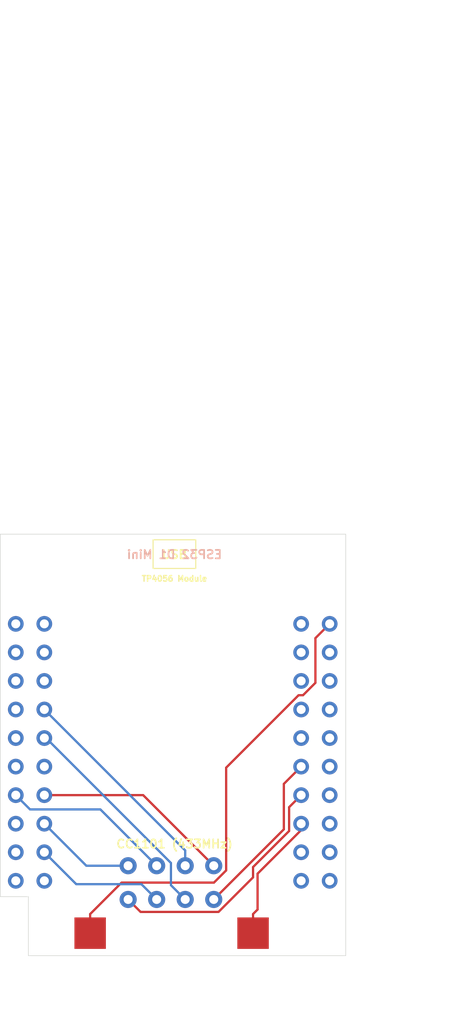
<source format=kicad_pcb>
(kicad_pcb (version 20240108) (generator "pcbnew") (generator_version "8.0")
  (layers (0 "F.Cu" signal) (31 "B.Cu" signal) (34 "B.Paste" user) (35 "F.Paste" user) (36 "B.SilkS" user "B.Silkscreen") (37 "F.SilkS" user "F.Silkscreen") (38 "B.Mask" user) (39 "F.Mask" user) (44 "Edge.Cuts" user))
  (net 0 "")
  (net 1 "Net-(CC1101_433MHz1-SCK)")
  (net 2 "unconnected-(CC1101_433MHz1-GDO2-Pad3)")
  (net 3 "unconnected-(CC1101_433MHz1-CSN-Pad4)")
  (net 4 "Net-(CC1101_433MHz1-VCC)")
  (net 5 "Net-(CC1101_433MHz1-GND)")
  (net 6 "unconnected-(CC1101_433MHz1-MISO-Pad7)")
  (net 7 "unconnected-(CC1101_433MHz1-GDO0-Pad8)")
  (net 8 "Net-(CC1101_433MHz1-MOSI)")
  (net 16 "Net-(TP4056_18650-OUT-)")
  (net 31 "Net-(ESP32_D1_Mini1-VCC_(USB))")
  (footprint "BKFZ_SubGHz:ESP32_Mini" (layer "F.Cu") (at 128.35 105.66)
    (property "Reference" "ESP32_D1_Mini1")
    (property "Value" "~")
    (pad "1" thru_hole circle (at -13.97 -11.43 270) (size 1.4 1.4) (drill 0.8) (layers "*.Cu" "*.Mask"))
    (pad "2" thru_hole circle (at -11.43 -11.43 270) (size 1.4 1.4) (drill 0.8) (layers "*.Cu" "*.Mask"))
    (pad "3" thru_hole circle (at -13.97 -8.89 270) (size 1.4 1.4) (drill 0.8) (layers "*.Cu" "*.Mask"))
    (pad "4" thru_hole circle (at -11.43 -8.89 270) (size 1.4 1.4) (drill 0.8) (layers "*.Cu" "*.Mask"))
    (pad "5" thru_hole circle (at -13.97 -6.35 270) (size 1.4 1.4) (drill 0.8) (layers "*.Cu" "*.Mask"))
    (pad "6" thru_hole circle (at -11.43 -6.35 270) (size 1.4 1.4) (drill 0.8) (layers "*.Cu" "*.Mask"))
    (pad "7" thru_hole circle (at -13.97 -3.81 270) (size 1.4 1.4) (drill 0.8) (layers "*.Cu" "*.Mask"))
    (pad "8" thru_hole circle (at -11.43 -3.81 270) (size 1.4 1.4) (drill 0.8) (layers "*.Cu" "*.Mask") (net 2 "unconnected-(CC1101_433MHz1-GDO2-Pad3)"))
    (pad "9" thru_hole circle (at -13.97 -1.27 270) (size 1.4 1.4) (drill 0.8) (layers "*.Cu" "*.Mask"))
    (pad "10" thru_hole circle (at -11.43 -1.27 270) (size 1.4 1.4) (drill 0.8) (layers "*.Cu" "*.Mask") (net 6 "unconnected-(CC1101_433MHz1-MISO-Pad7)"))
    (pad "11" thru_hole circle (at -13.97 1.27 270) (size 1.4 1.4) (drill 0.8) (layers "*.Cu" "*.Mask"))
    (pad "12" thru_hole circle (at -11.43 1.27 270) (size 1.4 1.4) (drill 0.8) (layers "*.Cu" "*.Mask"))
    (pad "13" thru_hole circle (at -13.97 3.81 270) (size 1.4 1.4) (drill 0.8) (layers "*.Cu" "*.Mask") (net 1 "Net-(CC1101_433MHz1-SCK)"))
    (pad "14" thru_hole circle (at -11.43 3.81 270) (size 1.4 1.4) (drill 0.8) (layers "*.Cu" "*.Mask") (net 3 "unconnected-(CC1101_433MHz1-CSN-Pad4)"))
    (pad "15" thru_hole circle (at -13.97 6.35 270) (size 1.4 1.4) (drill 0.8) (layers "*.Cu" "*.Mask"))
    (pad "16" thru_hole circle (at -11.43 6.35 270) (size 1.4 1.4) (drill 0.8) (layers "*.Cu" "*.Mask") (net 4 "Net-(CC1101_433MHz1-VCC)"))
    (pad "17" thru_hole circle (at -13.97 8.89 270) (size 1.4 1.4) (drill 0.8) (layers "*.Cu" "*.Mask"))
    (pad "18" thru_hole circle (at -11.43 8.89 270) (size 1.4 1.4) (drill 0.8) (layers "*.Cu" "*.Mask") (net 8 "Net-(CC1101_433MHz1-MOSI)"))
    (pad "19" thru_hole circle (at -13.97 11.43 270) (size 1.4 1.4) (drill 0.8) (layers "*.Cu" "*.Mask"))
    (pad "20" thru_hole circle (at -11.43 11.43 270) (size 1.4 1.4) (drill 0.8) (layers "*.Cu" "*.Mask"))
    (pad "21" thru_hole circle (at 11.43 -11.43 270) (size 1.4 1.4) (drill 0.8) (layers "*.Cu" "*.Mask"))
    (pad "22" thru_hole circle (at 13.97 -11.43 270) (size 1.4 1.4) (drill 0.8) (layers "*.Cu" "*.Mask") (net 16 "Net-(TP4056_18650-OUT-)"))
    (pad "23" thru_hole circle (at 11.43 -8.89 270) (size 1.4 1.4) (drill 0.8) (layers "*.Cu" "*.Mask"))
    (pad "24" thru_hole circle (at 13.97 -8.89 270) (size 1.4 1.4) (drill 0.8) (layers "*.Cu" "*.Mask"))
    (pad "25" thru_hole circle (at 11.43 -6.35 270) (size 1.4 1.4) (drill 0.8) (layers "*.Cu" "*.Mask"))
    (pad "26" thru_hole circle (at 13.97 -6.35 270) (size 1.4 1.4) (drill 0.8) (layers "*.Cu" "*.Mask"))
    (pad "27" thru_hole circle (at 11.43 -3.81 270) (size 1.4 1.4) (drill 0.8) (layers "*.Cu" "*.Mask"))
    (pad "28" thru_hole circle (at 13.97 -3.81 270) (size 1.4 1.4) (drill 0.8) (layers "*.Cu" "*.Mask"))
    (pad "29" thru_hole circle (at 11.43 -1.27 270) (size 1.4 1.4) (drill 0.8) (layers "*.Cu" "*.Mask"))
    (pad "30" thru_hole circle (at 13.97 -1.27 270) (size 1.4 1.4) (drill 0.8) (layers "*.Cu" "*.Mask"))
    (pad "31" thru_hole circle (at 11.43 1.27 270) (size 1.4 1.4) (drill 0.8) (layers "*.Cu" "*.Mask") (net 7 "unconnected-(CC1101_433MHz1-GDO0-Pad8)"))
    (pad "32" thru_hole circle (at 13.97 1.27 270) (size 1.4 1.4) (drill 0.8) (layers "*.Cu" "*.Mask"))
    (pad "33" thru_hole circle (at 11.43 3.81 270) (size 1.4 1.4) (drill 0.8) (layers "*.Cu" "*.Mask") (net 5 "Net-(CC1101_433MHz1-GND)"))
    (pad "34" thru_hole circle (at 13.97 3.81 270) (size 1.4 1.4) (drill 0.8) (layers "*.Cu" "*.Mask"))
    (pad "35" thru_hole circle (at 11.43 6.35 270) (size 1.4 1.4) (drill 0.8) (layers "*.Cu" "*.Mask") (net 31 "Net-(ESP32_D1_Mini1-VCC_(USB))"))
    (pad "36" thru_hole circle (at 13.97 6.35 270) (size 1.4 1.4) (drill 0.8) (layers "*.Cu" "*.Mask"))
    (pad "37" thru_hole circle (at 11.43 8.89 270) (size 1.4 1.4) (drill 0.8) (layers "*.Cu" "*.Mask"))
    (pad "38" thru_hole circle (at 13.97 8.89 270) (size 1.4 1.4) (drill 0.8) (layers "*.Cu" "*.Mask"))
    (pad "39" thru_hole circle (at 11.43 11.43 270) (size 1.4 1.4) (drill 0.8) (layers "*.Cu" "*.Mask"))
    (pad "40" thru_hole circle (at 13.97 11.43 270) (size 1.4 1.4) (drill 0.8) (layers "*.Cu" "*.Mask"))
  )
  (footprint "BKFZ_SubGHz:TP4056_18650" (layer "F.Cu") (at 137.2 97.15 -90)
    (property "Reference" "TP4056_18650")
    (property "Value" "~")
    (pad "3" smd rect (at 24.6 1.7 270) (size 2.8 2.8) (layers "F.Cu" "F.Paste" "F.Mask") (net 31 "Net-(ESP32_D1_Mini1-VCC_(USB))"))
    (pad "4" smd rect (at 24.6 16.2 270) (size 2.8 2.8) (layers "F.Cu" "F.Paste" "F.Mask") (net 16 "Net-(TP4056_18650-OUT-)"))
  )
  (footprint "BKFZ_SubGHz:CC1101_SubGHz" (layer "F.Cu") (at 153.685 71.9)
    (property "Reference" "CC1101_433MHz1" (hide yes))
    (property "Value" "~")
    (pad "1" thru_hole circle (at -29.305 43.85 270) (size 1.524 1.524) (drill 0.8) (layers "*.Cu" "*.Mask") (net 4 "Net-(CC1101_433MHz1-VCC)"))
    (pad "2" thru_hole circle (at -26.765 43.85 270) (size 1.524 1.524) (drill 0.8) (layers "*.Cu" "*.Mask") (net 1 "Net-(CC1101_433MHz1-SCK)"))
    (pad "3" thru_hole circle (at -24.225 43.85 270) (size 1.524 1.524) (drill 0.8) (layers "*.Cu" "*.Mask") (net 2 "unconnected-(CC1101_433MHz1-GDO2-Pad3)"))
    (pad "4" thru_hole circle (at -21.685 43.85 270) (size 1.524 1.524) (drill 0.8) (layers "*.Cu" "*.Mask") (net 3 "unconnected-(CC1101_433MHz1-CSN-Pad4)"))
    (pad "5" thru_hole circle (at -29.305 46.85 270) (size 1.524 1.524) (drill 0.8) (layers "*.Cu" "*.Mask") (net 5 "Net-(CC1101_433MHz1-GND)"))
    (pad "6" thru_hole circle (at -26.765 46.85 270) (size 1.524 1.524) (drill 0.8) (layers "*.Cu" "*.Mask") (net 8 "Net-(CC1101_433MHz1-MOSI)"))
    (pad "7" thru_hole circle (at -24.225 46.85 270) (size 1.524 1.524) (drill 0.8) (layers "*.Cu" "*.Mask") (net 6 "unconnected-(CC1101_433MHz1-MISO-Pad7)"))
    (pad "8" thru_hole circle (at -21.685 46.85 270) (size 1.524 1.524) (drill 0.8) (layers "*.Cu" "*.Mask") (net 7 "unconnected-(CC1101_433MHz1-GDO0-Pad8)"))
  )
  (gr_rect (start 126.6 86.75) (end 130.4 89.3) (stroke (width 0.1)) (fill none) (layer "F.SilkS"))
  (gr_poly (pts (xy 113 86.25) (xy 143.75 86.25) (xy 143.75 123.75) (xy 115.5 123.75) (xy 115.5 118.5) (xy 113 118.5)) (stroke (width 0.05)) (fill none) (layer "Edge.Cuts"))
  (gr_text "ESP32 D1 Mini" (at 128.5 88.5 0) (layer "B.SilkS") (effects (font (size 0.75 0.75) (thickness 0.15) (bold yes)) (justify bottom mirror)))
  (gr_text "CC1101 (433MHz)" (at 123.25 114.25 0) (layer "F.SilkS") (effects (font (size 0.75 0.75) (thickness 0.15) (bold yes)) (justify left bottom)))
  (gr_text "USB" (at 128.5 88.5 0) (layer "F.SilkS") (effects (font (size 0.75 0.75) (thickness 0.15) (bold yes)) (justify bottom)))
  (gr_text "TP4056 Module" (at 128.5 90.5 0) (layer "F.SilkS") (effects (font (size 0.5 0.5) (thickness 0.125) (bold yes)) (justify bottom)))
  (segment (start 115.65 110.74) (end 114.38 109.47) (width 0.2) (layer "B.Cu") (net 1))
  (segment (start 121.91 110.74) (end 115.65 110.74) (width 0.2) (layer "B.Cu") (net 1))
  (segment (start 126.92 115.75) (end 121.91 110.74) (width 0.2) (layer "B.Cu") (net 1))
  (segment (start 129.46 115.75) (end 129.46 114.39) (width 0.2) (layer "B.Cu") (net 2))
  (segment (start 129.46 114.39) (end 116.92 101.85) (width 0.2) (layer "B.Cu") (net 2))
  (segment (start 132 115.75) (end 125.72 109.47) (width 0.2) (layer "F.Cu") (net 3))
  (segment (start 125.72 109.47) (end 116.92 109.47) (width 0.2) (layer "F.Cu") (net 3))
  (segment (start 124.38 115.75) (end 120.66 115.75) (width 0.2) (layer "B.Cu") (net 4))
  (segment (start 120.66 115.75) (end 116.92 112.01) (width 0.2) (layer "B.Cu") (net 4))
  (segment (start 135.5 116.785) (end 135.5 115.8678) (width 0.2) (layer "F.Cu") (net 5))
  (segment (start 124.38 118.75) (end 125.4893 119.8593) (width 0.2) (layer "F.Cu") (net 5))
  (segment (start 138.7101 112.6577) (end 138.7101 110.5399) (width 0.2) (layer "F.Cu") (net 5))
  (segment (start 125.4893 119.8593) (end 132.4257 119.8593) (width 0.2) (layer "F.Cu") (net 5))
  (segment (start 138.7101 110.5399) (end 139.78 109.47) (width 0.2) (layer "F.Cu") (net 5))
  (segment (start 135.5 115.8678) (end 138.7101 112.6577) (width 0.2) (layer "F.Cu") (net 5))
  (segment (start 132.4257 119.8593) (end 135.5 116.785) (width 0.2) (layer "F.Cu") (net 5))
  (segment (start 128.19 115.5039) (end 117.0761 104.39) (width 0.2) (layer "B.Cu") (net 6))
  (segment (start 129.46 118.75) (end 128.19 117.48) (width 0.2) (layer "B.Cu") (net 6))
  (segment (start 128.19 117.48) (end 128.19 115.5039) (width 0.2) (layer "B.Cu") (net 6))
  (segment (start 117.0761 104.39) (end 116.92 104.39) (width 0.2) (layer "B.Cu") (net 6))
  (segment (start 138.2388 108.4712) (end 138.2388 112.5112) (width 0.2) (layer "F.Cu") (net 7))
  (segment (start 138.2388 112.5112) (end 132 118.75) (width 0.2) (layer "F.Cu") (net 7))
  (segment (start 139.78 106.93) (end 138.2388 108.4712) (width 0.2) (layer "F.Cu") (net 7))
  (segment (start 125.5616 117.3916) (end 119.7616 117.3916) (width 0.2) (layer "B.Cu") (net 8))
  (segment (start 119.7616 117.3916) (end 116.92 114.55) (width 0.2) (layer "B.Cu") (net 8))
  (segment (start 126.92 118.75) (end 125.5616 117.3916) (width 0.2) (layer "B.Cu") (net 8))
  (segment (start 142.32 94.23) (end 141.05 95.5) (width 0.2) (layer "F.Cu") (net 16))
  (segment (start 132.0207 117.25) (end 123.7983 117.25) (width 0.2) (layer "F.Cu") (net 16))
  (segment (start 139.5508 100.58) (end 133.1062 107.0246) (width 0.2) (layer "F.Cu") (net 16))
  (segment (start 139.9456 100.58) (end 139.5508 100.58) (width 0.2) (layer "F.Cu") (net 16))
  (segment (start 141.05 95.5) (end 141.05 99.4756) (width 0.2) (layer "F.Cu") (net 16))
  (segment (start 121 121.75) (end 121 120.0483) (width 0.2) (layer "F.Cu") (net 16))
  (segment (start 123.7983 117.25) (end 121 120.0483) (width 0.2) (layer "F.Cu") (net 16))
  (segment (start 141.05 99.4756) (end 139.9456 100.58) (width 0.2) (layer "F.Cu") (net 16))
  (segment (start 133.1062 107.0246) (end 133.1062 116.1645) (width 0.2) (layer "F.Cu") (net 16))
  (segment (start 133.1062 116.1645) (end 132.0207 117.25) (width 0.2) (layer "F.Cu") (net 16))
  (segment (start 139.78 112.578) (end 139.78 112.01) (width 0.2) (layer "F.Cu") (net 31))
  (segment (start 135.9017 116.4563) (end 139.78 112.578) (width 0.2) (layer "F.Cu") (net 31))
  (segment (start 135.5 121.75) (end 135.5 120.0483) (width 0.2) (layer "F.Cu") (net 31))
  (segment (start 135.5 120.0483) (end 135.9017 119.6466) (width 0.2) (layer "F.Cu") (net 31))
  (segment (start 135.9017 119.6466) (end 135.9017 116.4563) (width 0.2) (layer "F.Cu") (net 31))
)
</source>
